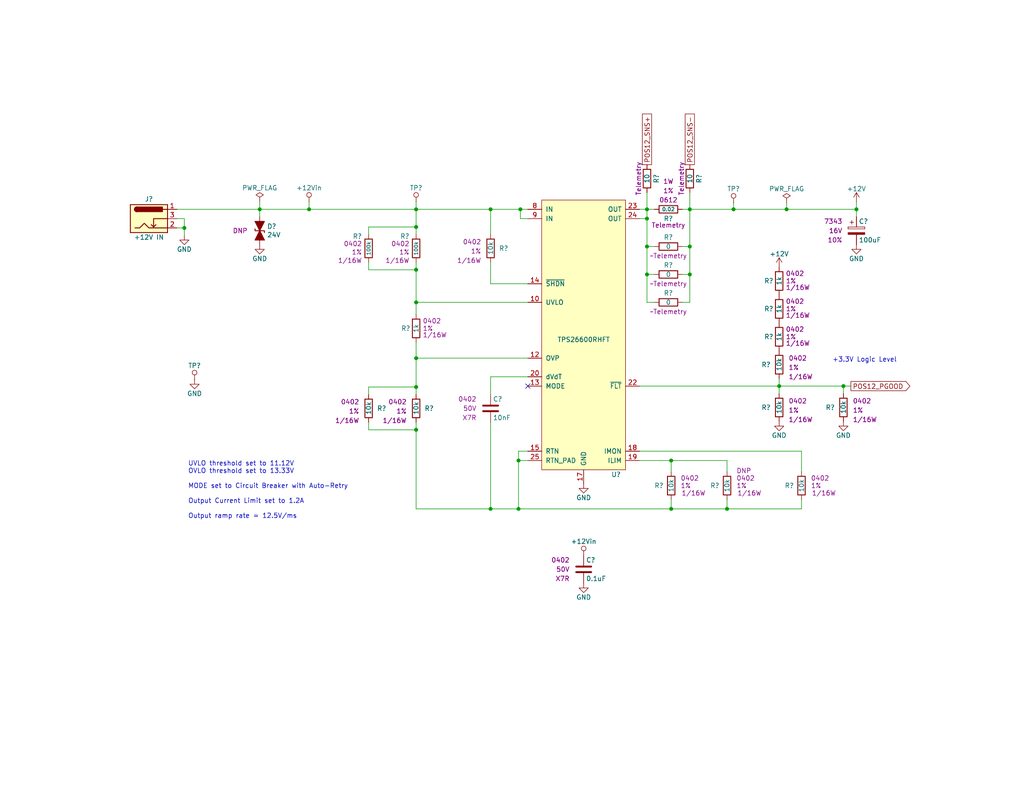
<source format=kicad_sch>
(kicad_sch (version 20211123) (generator eeschema)
  (paper "A")
  (title_block (title "drewSBC") (date "2022-06-23") (rev "PRELIM") (company "Drew Maatman"))
  (lib_symbols
    (symbol "Connector:Barrel_Jack_Switch" (pin_names hide)
      (property "Reference" "J" (at 0 5.334 0))
      (property "Value" "Barrel_Jack_Switch" (at 0 -5.08 0))
      (symbol "Barrel_Jack_Switch_0_1"
        (rectangle (start -5.08 3.81) (end 5.08 -3.81) (stroke (width 0.254)) (fill (type background)))
        (arc (start -3.302 3.175) (mid -3.937 2.54) (end -3.302 1.905) (stroke (width 0.254)))
        (arc (start -3.302 3.175) (mid -3.937 2.54) (end -3.302 1.905) (stroke (width 0.254)) (fill (type outline)))
        (polyline (pts (xy 1.27 -2.286) (xy 1.905 -1.651)) (stroke (width 0.254)))
        (polyline (pts (xy 5.08 2.54) (xy 3.81 2.54)) (stroke (width 0.254)))
        (polyline (pts (xy 5.08 0) (xy 1.27 0) (xy 1.27 -2.286) (xy 0.635 -1.651)) (stroke (width 0.254)))
        (polyline (pts (xy -3.81 -2.54) (xy -2.54 -2.54) (xy -1.27 -1.27) (xy 0 -2.54) (xy 2.54 -2.54) (xy 5.08 -2.54)) (stroke (width 0.254)))
        (rectangle (start 3.683 3.175) (end -3.302 1.905) (stroke (width 0.254)) (fill (type outline)))
      )
      (symbol "Barrel_Jack_Switch_1_1"
        (pin passive line (at 7.62 2.54 180) (length 2.54) (name "~") (number "1"))
        (pin passive line (at 7.62 -2.54 180) (length 2.54) (name "~") (number "2"))
        (pin passive line (at 7.62 0 180) (length 2.54) (name "~") (number "3"))
      )
    )
    (symbol "Custom_Library:+12Vin" (power) (pin_names (offset 0))
      (property "Value" "+12Vin" (at 0 3.81 0))
      (symbol "+12Vin_0_1"
        (polyline (pts (xy 0 0) (xy 0 1.27)))
        (circle (center 0 1.905) (radius 0.635))
      )
      (symbol "+12Vin_1_1"
        (pin power_in line (at 0 0 90) (length 0) hide (name "+12Vin") (number "1"))
      )
    )
    (symbol "Custom_Library:CP_Tant_Custom" (pin_numbers hide) (pin_names (offset 0.254))
      (property "Reference" "C" (at 0.635 2.54 0))
      (property "Value" "CP_Tant_Custom" (at 0.635 -2.54 0))
      (property "display_footprint" "Foot" (at -3.81 2.54 0))
      (property "Voltage" "V" (at -3.81 0 0))
      (property "Tolerance" "Tol" (at -3.81 -2.54 0))
      (symbol "CP_Tant_Custom_0_1"
        (rectangle (start -2.286 0.508) (end -2.286 1.016))
        (rectangle (start -2.286 0.508) (end 2.286 0.508))
        (polyline (pts (xy -1.778 2.286) (xy -0.762 2.286)))
        (polyline (pts (xy -1.27 2.794) (xy -1.27 1.778)))
        (rectangle (start 2.286 -0.508) (end -2.286 -1.016) (fill (type outline)))
        (rectangle (start 2.286 1.016) (end -2.286 1.016))
        (rectangle (start 2.286 1.016) (end 2.286 0.508))
      )
      (symbol "CP_Tant_Custom_1_1"
        (pin passive line (at 0 3.81 270) (length 2.794) (name "~") (number "1"))
        (pin passive line (at 0 -3.81 90) (length 2.794) (name "~") (number "2"))
      )
    )
    (symbol "Custom_Library:C_Custom" (pin_numbers hide) (pin_names (offset 0.254))
      (property "Reference" "C" (at 0.635 2.54 0))
      (property "Value" "C_Custom" (at 0.635 -2.54 0))
      (property "display_footprint" "Foot" (at -3.81 2.54 0))
      (property "Voltage" "V" (at -3.81 0 0))
      (property "Dielectric" "Er" (at -3.81 -2.54 0))
      (symbol "C_Custom_0_1"
        (polyline (pts (xy -2.032 -0.762) (xy 2.032 -0.762)) (stroke (width 0.508)))
        (polyline (pts (xy -2.032 0.762) (xy 2.032 0.762)) (stroke (width 0.508)))
      )
      (symbol "C_Custom_1_1"
        (pin passive line (at 0 3.81 270) (length 2.794) (name "~") (number "1"))
        (pin passive line (at 0 -3.81 90) (length 2.794) (name "~") (number "2"))
      )
    )
    (symbol "Custom_Library:R_Custom" (pin_numbers hide) (pin_names (offset 1.016) hide)
      (property "Reference" "R" (at -2.54 0 90))
      (property "Value" "R_Custom" (at 0 0 90))
      (property "display_footprint" "Foot" (at 2.54 0 90))
      (property "Tolerance" "Tol" (at 5.08 0 90))
      (property "Wattage" "W" (at 7.62 0 90))
      (symbol "R_Custom_0_1"
        (rectangle (start 1.016 2.54) (end -1.016 -2.54) (stroke (width 0.254)))
      )
      (symbol "R_Custom_1_1"
        (pin passive line (at 0 3.81 270) (length 1.27) (name "1") (number "1"))
        (pin passive line (at 0 -3.81 90) (length 1.27) (name "2") (number "2"))
      )
    )
    (symbol "Custom_Library:TP" (pin_numbers hide) (pin_names (offset 0) hide)
      (property "Reference" "TP" (at 0 3.81 0))
      (symbol "TP_0_1"
        (polyline (pts (xy 0 0) (xy 0 1.27)))
        (circle (center 0 1.905) (radius 0.635))
      )
      (symbol "TP_1_1"
        (pin passive line (at 0 0 90) (length 0) (name "TP") (number "1"))
      )
    )
    (symbol "Custom_Library:TPS26600RHFT" (pin_names (offset 1.016))
      (property "Reference" "U" (at 10.16 -36.83 0))
      (property "Value" "TPS26600RHFT" (at 0 0 0))
      (symbol "TPS26600RHFT_0_1"
        (rectangle (start -11.43 38.1) (end 11.43 -35.56) (fill (type background)))
      )
      (symbol "TPS26600RHFT_1_1"
        (pin no_connect line (at 15.24 -16.51 180) (length 3.81) hide (name "NC") (number "1"))
        (pin passive line (at -15.24 10.16 0) (length 3.81) (name "UVLO") (number "10"))
        (pin no_connect line (at 15.24 -25.4 180) (length 3.81) hide (name "NC") (number "11"))
        (pin passive line (at -15.24 -5.08 0) (length 3.81) (name "OVP") (number "12"))
        (pin passive line (at -15.24 -12.7 0) (length 3.81) (name "MODE") (number "13"))
        (pin input line (at -15.24 15.24 0) (length 3.81) (name "~{SHDN}") (number "14"))
        (pin passive line (at -15.24 -30.48 0) (length 3.81) (name "RTN") (number "15"))
        (pin no_connect line (at 15.24 -26.67 180) (length 3.81) hide (name "NC") (number "16"))
        (pin power_in line (at 0 -39.37 90) (length 3.81) (name "GND") (number "17"))
        (pin passive line (at 15.24 -30.48 180) (length 3.81) (name "IMON") (number "18"))
        (pin passive line (at 15.24 -33.02 180) (length 3.81) (name "ILIM") (number "19"))
        (pin no_connect line (at 15.24 -17.78 180) (length 3.81) hide (name "NC") (number "2"))
        (pin passive line (at -15.24 -10.16 0) (length 3.81) (name "dVdT") (number "20"))
        (pin no_connect line (at 15.24 -27.94 180) (length 3.81) hide (name "NC") (number "21"))
        (pin open_collector line (at 15.24 -12.7 180) (length 3.81) (name "~{FLT}") (number "22"))
        (pin power_out line (at 15.24 35.56 180) (length 3.81) (name "OUT") (number "23"))
        (pin passive line (at 15.24 33.02 180) (length 3.81) (name "OUT") (number "24"))
        (pin passive line (at -15.24 -33.02 0) (length 3.81) (name "RTN_PAD") (number "25"))
        (pin no_connect line (at 15.24 -19.05 180) (length 3.81) hide (name "NC") (number "3"))
        (pin no_connect line (at 15.24 -21.59 180) (length 3.81) hide (name "NC") (number "4"))
        (pin no_connect line (at 15.24 -20.32 180) (length 3.81) hide (name "NC") (number "5"))
        (pin no_connect line (at 15.24 -22.86 180) (length 3.81) hide (name "NC") (number "6"))
        (pin no_connect line (at 15.24 -24.13 180) (length 3.81) hide (name "NC") (number "7"))
        (pin power_in line (at -15.24 35.56 0) (length 3.81) (name "IN") (number "8"))
        (pin power_in line (at -15.24 33.02 0) (length 3.81) (name "IN") (number "9"))
      )
    )
    (symbol "Custom_Library:TP_Pad" (pin_numbers hide) (pin_names (offset 0) hide)
      (property "Reference" "TP" (at 0 3.81 0))
      (symbol "TP_Pad_0_1"
        (polyline (pts (xy 0 0) (xy 0 1.27)))
        (circle (center 0 1.905) (radius 0.635))
      )
      (symbol "TP_Pad_1_1"
        (pin passive line (at 0 0 90) (length 0) (name "TP") (number "1"))
      )
    )
    (symbol "LED_Panel_Controller-rescue:D_TVS_ALT-Device" (pin_numbers hide) (pin_names (offset 1.016) hide)
      (property "Reference" "D" (at 0 2.54 0))
      (property "Value" "D_TVS_ALT-Device" (at 0 -2.54 0))
      (symbol "D_TVS_ALT-Device_0_1"
        (polyline (pts (xy 1.27 0) (xy -1.27 0)))
        (polyline (pts (xy -2.54 -1.27) (xy 0 0) (xy -2.54 1.27) (xy -2.54 -1.27)) (stroke (width 0.254)) (fill (type outline)))
        (polyline (pts (xy 0.508 1.27) (xy 0 1.27) (xy 0 -1.27) (xy -0.508 -1.27)) (stroke (width 0.254)))
        (polyline (pts (xy 2.54 1.27) (xy 2.54 -1.27) (xy 0 0) (xy 2.54 1.27)) (stroke (width 0.254)) (fill (type outline)))
      )
      (symbol "D_TVS_ALT-Device_1_1"
        (pin passive line (at -3.81 0 0) (length 2.54) (name "A1") (number "1"))
        (pin passive line (at 3.81 0 180) (length 2.54) (name "A2") (number "2"))
      )
    )
    (symbol "power:+12V" (power) (pin_names (offset 0))
      (property "Value" "+12V" (at 0 3.556 0))
      (symbol "+12V_0_1"
        (polyline (pts (xy -0.762 1.27) (xy 0 2.54)))
        (polyline (pts (xy 0 0) (xy 0 2.54)))
        (polyline (pts (xy 0 2.54) (xy 0.762 1.27)))
      )
      (symbol "+12V_1_1"
        (pin power_in line (at 0 0 90) (length 0) hide (name "+12V") (number "1"))
      )
    )
    (symbol "power:GND" (power) (pin_names (offset 0))
      (property "Value" "GND" (at 0 -3.81 0))
      (symbol "GND_0_1"
        (polyline (pts (xy 0 0) (xy 0 -1.27) (xy 1.27 -1.27) (xy 0 -2.54) (xy -1.27 -1.27) (xy 0 -1.27)))
      )
      (symbol "GND_1_1"
        (pin power_in line (at 0 0 270) (length 0) hide (name "GND") (number "1"))
      )
    )
    (symbol "power:PWR_FLAG" (power) (pin_numbers hide) (pin_names (offset 0) hide)
      (property "Value" "PWR_FLAG" (at 0 3.81 0))
      (symbol "PWR_FLAG_0_0"
        (pin power_out line (at 0 0 90) (length 0) (name "pwr") (number "1"))
      )
      (symbol "PWR_FLAG_0_1"
        (polyline (pts (xy 0 0) (xy 0 1.27) (xy -1.016 1.905) (xy 0 2.54) (xy 1.016 1.905) (xy 0 1.27)))
      )
    )
  )
  (junction (at 113.538 105.664))
  (junction (at 176.53 57.15))
  (junction (at 212.598 105.41))
  (junction (at 198.374 138.938))
  (junction (at 141.986 57.15))
  (junction (at 141.478 125.73))
  (junction (at 176.53 67.31))
  (junction (at 233.68 57.15))
  (junction (at 176.53 59.69))
  (junction (at 176.53 74.93))
  (junction (at 188.214 67.31))
  (junction (at 113.538 57.15))
  (junction (at 133.858 138.938))
  (junction (at 141.478 138.938))
  (junction (at 188.214 74.93))
  (junction (at 113.538 61.976))
  (junction (at 50.292 62.23))
  (junction (at 214.63 57.15))
  (junction (at 113.538 117.348))
  (junction (at 230.124 105.41))
  (junction (at 113.538 97.79))
  (junction (at 188.214 57.15))
  (junction (at 133.858 57.15))
  (junction (at 84.328 57.15))
  (junction (at 70.866 57.15))
  (junction (at 183.134 125.73))
  (junction (at 183.134 138.938))
  (junction (at 113.538 73.66))
  (junction (at 113.538 82.55))
  (junction (at 200.152 57.15))
  (no_connect (at 144.018 105.41))
  (wire (pts (xy 100.584 71.628) (xy 100.584 73.66)))
  (wire (pts (xy 176.53 59.69) (xy 176.53 57.15)))
  (wire (pts (xy 144.018 77.47) (xy 133.858 77.47)))
  (wire (pts (xy 84.328 57.15) (xy 113.538 57.15)))
  (wire (pts (xy 133.858 102.87) (xy 144.018 102.87)))
  (wire (pts (xy 198.374 125.73) (xy 183.134 125.73)))
  (wire (pts (xy 113.538 105.664) (xy 113.538 97.79)))
  (wire (pts (xy 233.68 57.15) (xy 214.63 57.15)))
  (wire (pts (xy 218.694 138.938) (xy 198.374 138.938)))
  (wire (pts (xy 183.134 125.73) (xy 174.498 125.73)))
  (wire (pts (xy 186.182 74.93) (xy 188.214 74.93)))
  (wire (pts (xy 113.538 73.66) (xy 113.538 82.55)))
  (wire (pts (xy 50.292 62.23) (xy 50.292 59.69)))
  (wire (pts (xy 212.598 107.442) (xy 212.598 105.41)))
  (wire (pts (xy 176.53 52.578) (xy 176.53 57.15)))
  (wire (pts (xy 113.538 82.55) (xy 113.538 85.852)))
  (wire (pts (xy 183.134 138.938) (xy 141.478 138.938)))
  (wire (pts (xy 144.018 57.15) (xy 141.986 57.15)))
  (wire (pts (xy 178.562 74.93) (xy 176.53 74.93)))
  (wire (pts (xy 100.584 105.664) (xy 113.538 105.664)))
  (wire (pts (xy 218.694 136.398) (xy 218.694 138.938)))
  (wire (pts (xy 200.152 55.372) (xy 200.152 57.15)))
  (wire (pts (xy 186.182 57.15) (xy 188.214 57.15)))
  (wire (pts (xy 176.53 57.15) (xy 174.498 57.15)))
  (wire (pts (xy 174.498 105.41) (xy 212.598 105.41)))
  (wire (pts (xy 141.986 57.15) (xy 133.858 57.15)))
  (wire (pts (xy 188.214 82.55) (xy 188.214 74.93)))
  (wire (pts (xy 176.53 82.55) (xy 178.562 82.55)))
  (wire (pts (xy 186.182 82.55) (xy 188.214 82.55)))
  (wire (pts (xy 141.478 123.19) (xy 141.478 125.73)))
  (wire (pts (xy 188.214 67.31) (xy 188.214 57.15)))
  (wire (pts (xy 133.858 138.938) (xy 141.478 138.938)))
  (wire (pts (xy 113.538 138.938) (xy 133.858 138.938)))
  (wire (pts (xy 48.26 57.15) (xy 70.866 57.15)))
  (wire (pts (xy 70.866 59.182) (xy 70.866 57.15)))
  (wire (pts (xy 188.214 52.578) (xy 188.214 57.15)))
  (wire (pts (xy 100.584 64.008) (xy 100.584 61.976)))
  (wire (pts (xy 188.214 57.15) (xy 200.152 57.15)))
  (wire (pts (xy 113.538 97.79) (xy 113.538 93.472)))
  (wire (pts (xy 133.858 77.47) (xy 133.858 71.628)))
  (wire (pts (xy 183.134 128.778) (xy 183.134 125.73)))
  (wire (pts (xy 133.858 64.008) (xy 133.858 57.15)))
  (wire (pts (xy 176.53 57.15) (xy 178.562 57.15)))
  (wire (pts (xy 186.182 67.31) (xy 188.214 67.31)))
  (wire (pts (xy 174.498 123.19) (xy 218.694 123.19)))
  (wire (pts (xy 144.018 123.19) (xy 141.478 123.19)))
  (wire (pts (xy 198.374 138.938) (xy 183.134 138.938)))
  (wire (pts (xy 232.156 105.41) (xy 230.124 105.41)))
  (wire (pts (xy 113.538 55.118) (xy 113.538 57.15)))
  (wire (pts (xy 50.292 59.69) (xy 48.26 59.69)))
  (wire (pts (xy 176.53 74.93) (xy 176.53 82.55)))
  (wire (pts (xy 188.214 74.93) (xy 188.214 67.31)))
  (wire (pts (xy 84.328 55.118) (xy 84.328 57.15)))
  (wire (pts (xy 50.292 62.23) (xy 48.26 62.23)))
  (wire (pts (xy 113.538 71.628) (xy 113.538 73.66)))
  (wire (pts (xy 144.018 82.55) (xy 113.538 82.55)))
  (wire (pts (xy 176.53 59.69) (xy 176.53 67.31)))
  (wire (pts (xy 100.584 115.316) (xy 100.584 117.348)))
  (wire (pts (xy 100.584 107.696) (xy 100.584 105.664)))
  (wire (pts (xy 233.68 55.118) (xy 233.68 57.15)))
  (wire (pts (xy 113.538 61.976) (xy 113.538 57.15)))
  (wire (pts (xy 198.374 128.778) (xy 198.374 125.73)))
  (wire (pts (xy 50.292 64.262) (xy 50.292 62.23)))
  (wire (pts (xy 176.53 67.31) (xy 176.53 74.93)))
  (wire (pts (xy 144.018 59.69) (xy 141.986 59.69)))
  (wire (pts (xy 133.858 115.316) (xy 133.858 138.938)))
  (wire (pts (xy 144.018 97.79) (xy 113.538 97.79)))
  (wire (pts (xy 113.538 107.696) (xy 113.538 105.664)))
  (wire (pts (xy 133.858 107.696) (xy 133.858 102.87)))
  (wire (pts (xy 178.562 67.31) (xy 176.53 67.31)))
  (wire (pts (xy 230.124 105.41) (xy 212.598 105.41)))
  (wire (pts (xy 230.124 107.442) (xy 230.124 105.41)))
  (wire (pts (xy 100.584 61.976) (xy 113.538 61.976)))
  (wire (pts (xy 133.858 57.15) (xy 113.538 57.15)))
  (wire (pts (xy 100.584 73.66) (xy 113.538 73.66)))
  (wire (pts (xy 113.538 64.008) (xy 113.538 61.976)))
  (wire (pts (xy 113.538 115.316) (xy 113.538 117.348)))
  (wire (pts (xy 233.68 59.182) (xy 233.68 57.15)))
  (wire (pts (xy 214.63 55.372) (xy 214.63 57.15)))
  (wire (pts (xy 198.374 136.398) (xy 198.374 138.938)))
  (wire (pts (xy 70.866 55.118) (xy 70.866 57.15)))
  (wire (pts (xy 141.478 138.938) (xy 141.478 125.73)))
  (wire (pts (xy 218.694 128.778) (xy 218.694 123.19)))
  (wire (pts (xy 141.478 125.73) (xy 144.018 125.73)))
  (wire (pts (xy 174.498 59.69) (xy 176.53 59.69)))
  (wire (pts (xy 113.538 117.348) (xy 113.538 138.938)))
  (wire (pts (xy 84.328 57.15) (xy 70.866 57.15)))
  (wire (pts (xy 100.584 117.348) (xy 113.538 117.348)))
  (wire (pts (xy 212.598 105.41) (xy 212.598 103.378)))
  (wire (pts (xy 183.134 136.398) (xy 183.134 138.938)))
  (wire (pts (xy 214.63 57.15) (xy 200.152 57.15)))
  (wire (pts (xy 141.986 59.69) (xy 141.986 57.15)))
  (text "+3.3V Logic Level" (at 227.076 99.06 0) (effects (font (size 1.27 1.27)) (justify left bottom)))
  (text "UVLO threshold set to 11.12V\nOVLO threshold set to 13.33V\n\nMODE set to Circuit Breaker with Auto-Retry\n\nOutput Current Limit set to 1.2A\n\nOutput ramp rate = 12.5V/ms" (at 51.308 141.732 0) (effects (font (size 1.27 1.27)) (justify left bottom)))
  (global_label "POS12_PGOOD" (shape output) (at 232.156 105.41 0) (property "Intersheet References" "${INTERSHEET_REFS}" (effects hide)))
  (global_label "POS12_SNS+" (shape passive) (at 176.53 44.958 90) (property "Intersheet References" "${INTERSHEET_REFS}" (effects hide)))
  (global_label "POS12_SNS-" (shape passive) (at 188.214 44.958 90) (property "Intersheet References" "${INTERSHEET_REFS}" (effects hide)))
  (symbol (lib_id "Custom_Library:R_Custom") (at 113.538 89.662 0) (unit 1)
    (property "Reference" "R?" (at 112.014 89.662 0) (effects (justify right)))
    (property "Value" "1k" (at 113.538 89.662 90))
    (property "Footprint" "Resistors_SMD:R_0402" (effects hide))
    (property "display_footprint" "0402" (at 115.316 87.63 0) (effects (justify left)))
    (property "Tolerance" "1%" (at 115.316 89.662 0) (effects (justify left)))
    (property "Wattage" "1/16W" (at 115.316 91.44 0) (effects (justify left)))
    (property "Digi-Key PN" "RMCF0402FT1K00CT-ND" (effects hide))
  )
  (symbol (lib_id "Custom_Library:R_Custom") (at 182.372 82.55 90) (mirror x) (unit 1)
    (property "Reference" "R?" (at 182.372 80.01 90))
    (property "Value" "0" (at 182.372 82.55 90))
    (property "Footprint" "Resistors_SMD:R_0402" (effects hide))
    (property "display_footprint" "0402" (effects hide))
    (property "Tolerance" "1%" (effects hide))
    (property "Wattage" "1/16W" (effects hide))
    (property "Configuration" "~Telemetry" (at 182.372 85.09 90))
    (property "Digi-Key PN" "RMCF0402ZT0R00CT-ND" (effects hide))
  )
  (symbol (lib_id "Custom_Library:R_Custom") (at 100.584 67.818 0) (mirror y) (unit 1)
    (property "Reference" "R?" (at 98.806 64.516 0) (effects (justify left)))
    (property "Value" "100k" (at 100.584 67.818 90) (effects (font (size 1.016 1.016))))
    (property "Footprint" "Resistors_SMD:R_0402" (effects hide))
    (property "display_footprint" "0402" (at 98.806 66.548 0) (effects (justify left)))
    (property "Tolerance" "1%" (at 98.806 68.834 0) (effects (justify left)))
    (property "Wattage" "1/16W" (at 98.806 71.12 0) (effects (justify left)))
    (property "Digi-Key PN" "RMCF0402FT100KCT-ND" (effects hide))
  )
  (symbol (lib_id "Custom_Library:TP_Pad") (at 113.538 55.118 0) (unit 1)
    (property "Reference" "TP?" (at 113.538 51.308 0))
    (property "Value" "TP" (effects hide))
    (property "Footprint" "Custom Footprints Library:Test_Point" (effects hide))
  )
  (symbol (lib_id "Custom_Library:R_Custom") (at 198.374 132.588 0) (unit 1)
    (property "Reference" "R?" (at 196.342 132.588 0) (effects (justify right)))
    (property "Value" "10k" (at 198.374 132.588 90))
    (property "Footprint" "Resistors_SMD:R_0402" (effects hide))
    (property "display_footprint" "0402" (at 200.914 130.556 0) (effects (justify left)))
    (property "Tolerance" "1%" (at 200.914 132.588 0) (effects (justify left)))
    (property "Wattage" "1/16W" (at 201.168 134.62 0) (effects (justify left)))
    (property "Digi-Key PN" "RMCF0402FT10K0CT-ND" (effects hide))
    (property "Configuration" "DNP" (at 200.914 128.524 0) (effects (justify left)))
  )
  (symbol (lib_id "Custom_Library:CP_Tant_Custom") (at 233.68 62.992 0) (unit 1)
    (property "Reference" "C?" (at 234.315 60.452 0) (effects (justify left)))
    (property "Value" "100uF" (at 234.315 65.532 0) (effects (justify left)))
    (property "Footprint" "Capacitors_Tantalum_SMD:CP_Tantalum_Case-X_EIA-7343-43_Reflow" (effects hide))
    (property "Digi-Key PN" "718-1102-1-ND" (effects hide))
    (property "display_footprint" "7343" (at 229.87 60.452 0) (effects (justify right)))
    (property "Voltage" "16V" (at 229.87 62.992 0) (effects (justify right)))
    (property "Tolerance" "10%" (at 229.87 65.532 0) (effects (justify right)))
  )
  (symbol (lib_id "Custom_Library:R_Custom") (at 133.858 67.818 0) (mirror y) (unit 1)
    (property "Reference" "R?" (at 136.144 67.818 0) (effects (justify right)))
    (property "Value" "10k" (at 133.858 69.596 90) (effects (justify left)))
    (property "Footprint" "Resistors_SMD:R_0402" (effects hide))
    (property "display_footprint" "0402" (at 131.318 66.04 0) (effects (justify left)))
    (property "Tolerance" "1%" (at 131.318 68.58 0) (effects (justify left)))
    (property "Wattage" "1/16W" (at 131.318 71.12 0) (effects (justify left)))
    (property "Digi-Key PN" "RMCF0402FT10K0CT-ND" (effects hide))
  )
  (symbol (lib_id "power:GND") (at 159.258 159.258 0) (unit 1)
    (property "Reference" "#PWR?" (effects hide))
    (property "Value" "GND" (at 159.258 163.068 0))
  )
  (symbol (lib_id "power:PWR_FLAG") (at 70.866 55.118 0) (unit 1)
    (property "Reference" "#FLG?" (effects hide))
    (property "Value" "PWR_FLAG" (at 70.866 51.308 0))
  )
  (symbol (lib_id "power:GND") (at 53.086 103.632 0) (unit 1)
    (property "Reference" "#PWR?" (effects hide))
    (property "Value" "GND" (at 53.086 107.442 0))
  )
  (symbol (lib_id "Custom_Library:R_Custom") (at 182.372 74.93 90) (mirror x) (unit 1)
    (property "Reference" "R?" (at 182.372 72.39 90))
    (property "Value" "0" (at 182.372 74.93 90))
    (property "Footprint" "Resistors_SMD:R_0402" (effects hide))
    (property "display_footprint" "0402" (effects hide))
    (property "Tolerance" "1%" (effects hide))
    (property "Wattage" "1/16W" (effects hide))
    (property "Configuration" "~Telemetry" (at 182.372 77.47 90))
    (property "Digi-Key PN" "RMCF0402ZT0R00CT-ND" (effects hide))
  )
  (symbol (lib_id "Custom_Library:R_Custom") (at 176.53 48.768 0) (mirror y) (unit 1)
    (property "Reference" "R?" (at 179.07 48.768 90))
    (property "Value" "10" (at 176.53 48.768 90))
    (property "Footprint" "Resistors_SMD:R_0402" (effects hide))
    (property "display_footprint" "0402" (effects hide))
    (property "Tolerance" "1%" (effects hide))
    (property "Wattage" "1/16W" (effects hide))
    (property "Digi-Key PN" "RMCF0402FT10R0CT-ND" (effects hide))
    (property "Configuration" "Telemetry" (at 174.244 48.768 90))
  )
  (symbol (lib_id "Custom_Library:R_Custom") (at 113.538 111.506 0) (mirror y) (unit 1)
    (property "Reference" "R?" (at 115.824 111.506 0) (effects (justify right)))
    (property "Value" "10k" (at 113.538 113.284 90) (effects (justify left)))
    (property "Footprint" "Resistors_SMD:R_0402" (effects hide))
    (property "display_footprint" "0402" (at 110.998 109.728 0) (effects (justify left)))
    (property "Tolerance" "1%" (at 110.998 112.268 0) (effects (justify left)))
    (property "Wattage" "1/16W" (at 110.998 114.808 0) (effects (justify left)))
    (property "Digi-Key PN" "RMCF0402FT10K0CT-ND" (effects hide))
  )
  (symbol (lib_id "power:+12V") (at 233.68 55.118 0) (unit 1)
    (property "Reference" "#PWR?" (effects hide))
    (property "Value" "+12V" (at 233.68 51.562 0))
  )
  (symbol (lib_id "Custom_Library:R_Custom") (at 100.584 111.506 0) (mirror y) (unit 1)
    (property "Reference" "R?" (at 102.87 111.506 0) (effects (justify right)))
    (property "Value" "10k" (at 100.584 113.284 90) (effects (justify left)))
    (property "Footprint" "Resistors_SMD:R_0402" (effects hide))
    (property "display_footprint" "0402" (at 98.044 109.728 0) (effects (justify left)))
    (property "Tolerance" "1%" (at 98.044 112.268 0) (effects (justify left)))
    (property "Wattage" "1/16W" (at 98.044 114.808 0) (effects (justify left)))
    (property "Digi-Key PN" "RMCF0402FT10K0CT-ND" (effects hide))
  )
  (symbol (lib_id "Custom_Library:R_Custom") (at 113.538 67.818 0) (mirror y) (unit 1)
    (property "Reference" "R?" (at 111.76 64.516 0) (effects (justify left)))
    (property "Value" "100k" (at 113.538 67.818 90) (effects (font (size 1.016 1.016))))
    (property "Footprint" "Resistors_SMD:R_0402" (effects hide))
    (property "display_footprint" "0402" (at 111.76 66.548 0) (effects (justify left)))
    (property "Tolerance" "1%" (at 111.76 68.834 0) (effects (justify left)))
    (property "Wattage" "1/16W" (at 111.76 71.12 0) (effects (justify left)))
    (property "Digi-Key PN" "RMCF0402FT100KCT-ND" (effects hide))
  )
  (symbol (lib_id "Connector:Barrel_Jack_Switch") (at 40.64 59.69 0) (unit 1)
    (property "Reference" "J?" (at 40.64 54.356 0))
    (property "Value" "+12V IN" (at 40.64 64.77 0))
    (property "Footprint" "Connectors:BARREL_JACK" (effects hide))
  )
  (symbol (lib_id "Custom_Library:R_Custom") (at 182.372 67.31 90) (mirror x) (unit 1)
    (property "Reference" "R?" (at 182.372 64.77 90))
    (property "Value" "0" (at 182.372 67.31 90))
    (property "Footprint" "Resistors_SMD:R_0402" (effects hide))
    (property "display_footprint" "0402" (effects hide))
    (property "Tolerance" "1%" (effects hide))
    (property "Wattage" "1/16W" (effects hide))
    (property "Configuration" "~Telemetry" (at 182.372 69.85 90))
    (property "Digi-Key PN" "RMCF0402ZT0R00CT-ND" (effects hide))
  )
  (symbol (lib_id "Custom_Library:C_Custom") (at 159.258 155.448 0) (unit 1)
    (property "Reference" "C?" (at 159.893 152.908 0) (effects (justify left)))
    (property "Value" "0.1uF" (at 159.893 157.988 0) (effects (justify left)))
    (property "Footprint" "Capacitors_SMD:C_0402" (effects hide))
    (property "display_footprint" "0402" (at 155.448 152.908 0) (effects (justify right)))
    (property "Voltage" "50V" (at 155.448 155.448 0) (effects (justify right)))
    (property "Dielectric" "X7R" (at 155.448 157.988 0) (effects (justify right)))
    (property "Digi-Key PN" "490-10698-1-ND" (effects hide))
  )
  (symbol (lib_id "LED_Panel_Controller-rescue:D_TVS_ALT-Device") (at 70.866 62.992 270) (unit 1)
    (property "Reference" "D?" (at 72.8726 61.8236 90) (effects (justify left)))
    (property "Value" "24V" (at 72.8726 64.135 90) (effects (justify left)))
    (property "Footprint" "Diodes_SMD:D_SMA" (effects hide))
    (property "Digi-Key PN" "SMAJ24CALFCT-ND" (effects hide))
    (property "Configuration" "DNP" (at 65.532 62.992 90))
  )
  (symbol (lib_id "Custom_Library:C_Custom") (at 133.858 111.506 0) (unit 1)
    (property "Reference" "C?" (at 134.493 108.966 0) (effects (justify left)))
    (property "Value" "10nF" (at 134.493 114.046 0) (effects (justify left)))
    (property "Footprint" "Capacitors_SMD:C_0402" (effects hide))
    (property "display_footprint" "0402" (at 130.048 108.966 0) (effects (justify right)))
    (property "Voltage" "50V" (at 130.048 111.506 0) (effects (justify right)))
    (property "Dielectric" "X7R" (at 130.048 114.046 0) (effects (justify right)))
    (property "Digi-Key PN" "399-3066-1-ND" (effects hide))
  )
  (symbol (lib_id "Custom_Library:R_Custom") (at 182.372 57.15 90) (unit 1)
    (property "Reference" "R?" (at 182.372 59.69 90))
    (property "Value" "0.02" (at 182.372 57.15 90) (effects (font (size 1.016 1.016))))
    (property "Footprint" "Resistors_SMD:R_0612" (effects hide))
    (property "Digi-Key PN" "P16010CT-ND" (effects hide))
    (property "display_footprint" "0612" (at 182.372 54.61 90))
    (property "Tolerance" "1%" (at 182.372 52.07 90))
    (property "Wattage" "1W" (at 182.372 49.53 90))
    (property "Configuration" "Telemetry" (at 182.372 61.468 90))
  )
  (symbol (lib_id "Custom_Library:R_Custom") (at 212.598 76.708 0) (unit 1)
    (property "Reference" "R?" (at 211.074 76.708 0) (effects (justify right)))
    (property "Value" "1k" (at 212.598 76.708 90))
    (property "Footprint" "Resistors_SMD:R_0402" (effects hide))
    (property "display_footprint" "0402" (at 214.376 74.676 0) (effects (justify left)))
    (property "Tolerance" "1%" (at 214.376 76.708 0) (effects (justify left)))
    (property "Wattage" "1/16W" (at 214.376 78.486 0) (effects (justify left)))
    (property "Digi-Key PN" "RMCF0402FT1K00CT-ND" (effects hide))
  )
  (symbol (lib_id "Custom_Library:R_Custom") (at 212.598 111.252 0) (unit 1)
    (property "Reference" "R?" (at 210.312 111.252 0) (effects (justify right)))
    (property "Value" "10k" (at 212.598 113.03 90) (effects (justify left)))
    (property "Footprint" "Resistors_SMD:R_0402" (effects hide))
    (property "display_footprint" "0402" (at 215.138 109.474 0) (effects (justify left)))
    (property "Tolerance" "1%" (at 215.138 112.014 0) (effects (justify left)))
    (property "Wattage" "1/16W" (at 215.138 114.554 0) (effects (justify left)))
    (property "Digi-Key PN" "RMCF0402FT10K0CT-ND" (effects hide))
  )
  (symbol (lib_id "power:GND") (at 212.598 115.062 0) (unit 1)
    (property "Reference" "#PWR?" (effects hide))
    (property "Value" "GND" (at 212.598 118.872 0))
  )
  (symbol (lib_id "Custom_Library:R_Custom") (at 212.598 99.568 0) (unit 1)
    (property "Reference" "R?" (at 210.312 99.568 0) (effects (justify right)))
    (property "Value" "10k" (at 212.598 101.346 90) (effects (justify left)))
    (property "Footprint" "Resistors_SMD:R_0402" (effects hide))
    (property "display_footprint" "0402" (at 215.138 97.79 0) (effects (justify left)))
    (property "Tolerance" "1%" (at 215.138 100.33 0) (effects (justify left)))
    (property "Wattage" "1/16W" (at 215.138 102.87 0) (effects (justify left)))
    (property "Digi-Key PN" "RMCF0402FT10K0CT-ND" (effects hide))
  )
  (symbol (lib_id "Custom_Library:TP_Pad") (at 200.152 55.372 0) (unit 1)
    (property "Reference" "TP?" (at 200.152 51.562 0))
    (property "Value" "TP" (effects hide))
    (property "Footprint" "Custom Footprints Library:Test_Point" (effects hide))
  )
  (symbol (lib_id "Custom_Library:R_Custom") (at 212.598 91.948 0) (unit 1)
    (property "Reference" "R?" (at 211.074 91.948 0) (effects (justify right)))
    (property "Value" "1k" (at 212.598 91.948 90))
    (property "Footprint" "Resistors_SMD:R_0402" (effects hide))
    (property "display_footprint" "0402" (at 214.376 89.916 0) (effects (justify left)))
    (property "Tolerance" "1%" (at 214.376 91.948 0) (effects (justify left)))
    (property "Wattage" "1/16W" (at 214.376 93.726 0) (effects (justify left)))
    (property "Digi-Key PN" "RMCF0402FT1K00CT-ND" (effects hide))
  )
  (symbol (lib_id "power:GND") (at 233.68 66.802 0) (unit 1)
    (property "Reference" "#PWR?" (effects hide))
    (property "Value" "GND" (at 233.68 70.612 0))
  )
  (symbol (lib_id "power:GND") (at 159.258 132.08 0) (unit 1)
    (property "Reference" "#PWR?" (effects hide))
    (property "Value" "GND" (at 159.258 135.89 0))
  )
  (symbol (lib_id "power:+12V") (at 212.598 72.898 0) (unit 1)
    (property "Reference" "#PWR?" (effects hide))
    (property "Value" "+12V" (at 212.598 69.342 0))
  )
  (symbol (lib_id "Custom_Library:+12Vin") (at 159.258 151.638 0) (unit 1)
    (property "Reference" "#PWR?" (effects hide))
    (property "Value" "+12Vin" (at 159.258 147.828 0))
  )
  (symbol (lib_id "Custom_Library:TPS26600RHFT") (at 159.258 92.71 0) (unit 1)
    (property "Reference" "U?" (at 169.418 129.54 0) (effects (justify right)))
    (property "Value" "TPS26600RHFT" (at 159.258 92.71 0))
    (property "Footprint" "Housings_DFN_QFN:QFN-24-1EP_4x5mm_Pitch0.5mm" (effects hide))
    (property "Datasheet" "http://www.ti.com/lit/ds/symlink/tps2660.pdf" (effects hide))
    (property "Digi-Key PN" "296-45478-1-ND" (effects hide))
  )
  (symbol (lib_id "Custom_Library:R_Custom") (at 218.694 132.588 0) (unit 1)
    (property "Reference" "R?" (at 216.662 132.588 0) (effects (justify right)))
    (property "Value" "10k" (at 218.694 132.588 90))
    (property "Footprint" "Resistors_SMD:R_0402" (effects hide))
    (property "display_footprint" "0402" (at 221.234 130.556 0) (effects (justify left)))
    (property "Tolerance" "1%" (at 221.234 132.588 0) (effects (justify left)))
    (property "Wattage" "1/16W" (at 221.488 134.62 0) (effects (justify left)))
    (property "Digi-Key PN" "RMCF0402FT10K0CT-ND" (effects hide))
  )
  (symbol (lib_id "Custom_Library:R_Custom") (at 183.134 132.588 0) (unit 1)
    (property "Reference" "R?" (at 181.102 132.588 0) (effects (justify right)))
    (property "Value" "10k" (at 183.134 132.588 90))
    (property "Footprint" "Resistors_SMD:R_0402" (effects hide))
    (property "display_footprint" "0402" (at 185.674 130.556 0) (effects (justify left)))
    (property "Tolerance" "1%" (at 185.674 132.588 0) (effects (justify left)))
    (property "Wattage" "1/16W" (at 185.928 134.62 0) (effects (justify left)))
    (property "Digi-Key PN" "RMCF0402FT10K0CT-ND" (effects hide))
  )
  (symbol (lib_id "Custom_Library:+12Vin") (at 84.328 55.118 0) (unit 1)
    (property "Reference" "#PWR?" (effects hide))
    (property "Value" "+12Vin" (at 84.328 51.308 0))
  )
  (symbol (lib_id "Custom_Library:R_Custom") (at 212.598 84.328 0) (unit 1)
    (property "Reference" "R?" (at 211.074 84.328 0) (effects (justify right)))
    (property "Value" "1k" (at 212.598 84.328 90))
    (property "Footprint" "Resistors_SMD:R_0402" (effects hide))
    (property "display_footprint" "0402" (at 214.376 82.296 0) (effects (justify left)))
    (property "Tolerance" "1%" (at 214.376 84.328 0) (effects (justify left)))
    (property "Wattage" "1/16W" (at 214.376 86.106 0) (effects (justify left)))
    (property "Digi-Key PN" "RMCF0402FT1K00CT-ND" (effects hide))
  )
  (symbol (lib_id "Custom_Library:R_Custom") (at 188.214 48.768 0) (mirror y) (unit 1)
    (property "Reference" "R?" (at 190.754 48.768 90))
    (property "Value" "10" (at 188.214 48.768 90))
    (property "Footprint" "Resistors_SMD:R_0402" (effects hide))
    (property "display_footprint" "0402" (effects hide))
    (property "Tolerance" "1%" (effects hide))
    (property "Wattage" "1/16W" (effects hide))
    (property "Digi-Key PN" "RMCF0402FT10R0CT-ND" (effects hide))
    (property "Configuration" "Telemetry" (at 185.928 48.768 90))
  )
  (symbol (lib_id "power:GND") (at 50.292 64.262 0) (unit 1)
    (property "Reference" "#PWR?" (effects hide))
    (property "Value" "GND" (at 50.292 68.072 0))
  )
  (symbol (lib_id "Custom_Library:TP") (at 53.086 103.632 0) (unit 1)
    (property "Reference" "TP?" (at 53.086 99.822 0))
    (property "Value" "TP" (effects hide))
    (property "Footprint" "Pin_Headers:Pin_Header_Angled_1x01_Pitch2.54mm" (effects hide))
  )
  (symbol (lib_id "power:GND") (at 70.866 66.802 0) (unit 1)
    (property "Reference" "#PWR?" (effects hide))
    (property "Value" "GND" (at 70.866 70.612 0))
  )
  (symbol (lib_id "power:GND") (at 230.124 115.062 0) (unit 1)
    (property "Reference" "#PWR?" (effects hide))
    (property "Value" "GND" (at 230.124 118.872 0))
  )
  (symbol (lib_id "Custom_Library:R_Custom") (at 230.124 111.252 0) (unit 1)
    (property "Reference" "R?" (at 227.838 111.252 0) (effects (justify right)))
    (property "Value" "10k" (at 230.124 113.03 90) (effects (justify left)))
    (property "Footprint" "Resistors_SMD:R_0402" (effects hide))
    (property "display_footprint" "0402" (at 232.664 109.474 0) (effects (justify left)))
    (property "Tolerance" "1%" (at 232.664 112.014 0) (effects (justify left)))
    (property "Wattage" "1/16W" (at 232.664 114.554 0) (effects (justify left)))
    (property "Digi-Key PN" "RMCF0402FT10K0CT-ND" (effects hide))
  )
  (symbol (lib_id "power:PWR_FLAG") (at 214.63 55.372 0) (unit 1)
    (property "Reference" "#FLG?" (effects hide))
    (property "Value" "PWR_FLAG" (at 214.63 51.562 0))
  )
)
</source>
